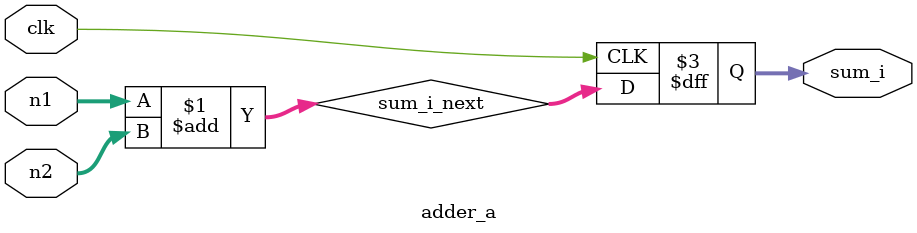
<source format=v>
module adder_a(clk, n1, n2, sum_i);
	input clk;
	input [15:0] n1;
	input [15:0] n2;
	output [16:0] sum_i;
	
	reg [16:0] sum_i;
	wire [16:0] sum_i_next;
	
	assign sum_i_next = (n1[15:0] + n2[15:0]);
	always@(posedge clk)	
	begin
		sum_i <= sum_i_next;
	end
endmodule


</source>
